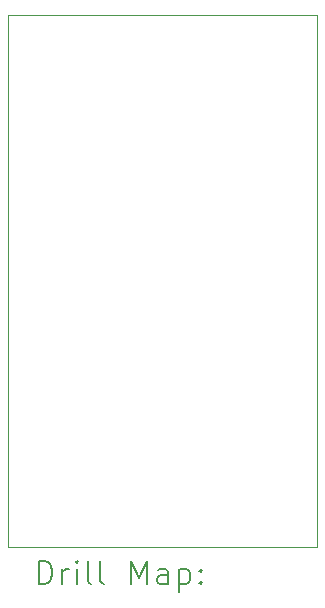
<source format=gbr>
%TF.GenerationSoftware,KiCad,Pcbnew,7.0.10-7.0.10~ubuntu20.04.1*%
%TF.CreationDate,2024-06-08T20:33:00+02:00*%
%TF.ProjectId,MySMotherboard,4d79534d-6f74-4686-9572-626f6172642e,1.4*%
%TF.SameCoordinates,Original*%
%TF.FileFunction,Drillmap*%
%TF.FilePolarity,Positive*%
%FSLAX45Y45*%
G04 Gerber Fmt 4.5, Leading zero omitted, Abs format (unit mm)*
G04 Created by KiCad (PCBNEW 7.0.10-7.0.10~ubuntu20.04.1) date 2024-06-08 20:33:00*
%MOMM*%
%LPD*%
G01*
G04 APERTURE LIST*
%ADD10C,0.050000*%
%ADD11C,0.200000*%
G04 APERTURE END LIST*
D10*
X13542010Y-8246910D02*
X13542010Y-12753810D01*
X16158210Y-12753810D02*
X16158210Y-8246910D01*
X16158210Y-8246910D02*
X13542010Y-8246910D01*
X13542010Y-12754000D02*
X16158210Y-12754000D01*
D11*
X13800287Y-13067984D02*
X13800287Y-12867984D01*
X13800287Y-12867984D02*
X13847906Y-12867984D01*
X13847906Y-12867984D02*
X13876477Y-12877508D01*
X13876477Y-12877508D02*
X13895525Y-12896555D01*
X13895525Y-12896555D02*
X13905049Y-12915603D01*
X13905049Y-12915603D02*
X13914572Y-12953698D01*
X13914572Y-12953698D02*
X13914572Y-12982269D01*
X13914572Y-12982269D02*
X13905049Y-13020365D01*
X13905049Y-13020365D02*
X13895525Y-13039412D01*
X13895525Y-13039412D02*
X13876477Y-13058460D01*
X13876477Y-13058460D02*
X13847906Y-13067984D01*
X13847906Y-13067984D02*
X13800287Y-13067984D01*
X14000287Y-13067984D02*
X14000287Y-12934650D01*
X14000287Y-12972746D02*
X14009811Y-12953698D01*
X14009811Y-12953698D02*
X14019334Y-12944174D01*
X14019334Y-12944174D02*
X14038382Y-12934650D01*
X14038382Y-12934650D02*
X14057430Y-12934650D01*
X14124096Y-13067984D02*
X14124096Y-12934650D01*
X14124096Y-12867984D02*
X14114572Y-12877508D01*
X14114572Y-12877508D02*
X14124096Y-12887031D01*
X14124096Y-12887031D02*
X14133620Y-12877508D01*
X14133620Y-12877508D02*
X14124096Y-12867984D01*
X14124096Y-12867984D02*
X14124096Y-12887031D01*
X14247906Y-13067984D02*
X14228858Y-13058460D01*
X14228858Y-13058460D02*
X14219334Y-13039412D01*
X14219334Y-13039412D02*
X14219334Y-12867984D01*
X14352668Y-13067984D02*
X14333620Y-13058460D01*
X14333620Y-13058460D02*
X14324096Y-13039412D01*
X14324096Y-13039412D02*
X14324096Y-12867984D01*
X14581239Y-13067984D02*
X14581239Y-12867984D01*
X14581239Y-12867984D02*
X14647906Y-13010841D01*
X14647906Y-13010841D02*
X14714572Y-12867984D01*
X14714572Y-12867984D02*
X14714572Y-13067984D01*
X14895525Y-13067984D02*
X14895525Y-12963222D01*
X14895525Y-12963222D02*
X14886001Y-12944174D01*
X14886001Y-12944174D02*
X14866953Y-12934650D01*
X14866953Y-12934650D02*
X14828858Y-12934650D01*
X14828858Y-12934650D02*
X14809811Y-12944174D01*
X14895525Y-13058460D02*
X14876477Y-13067984D01*
X14876477Y-13067984D02*
X14828858Y-13067984D01*
X14828858Y-13067984D02*
X14809811Y-13058460D01*
X14809811Y-13058460D02*
X14800287Y-13039412D01*
X14800287Y-13039412D02*
X14800287Y-13020365D01*
X14800287Y-13020365D02*
X14809811Y-13001317D01*
X14809811Y-13001317D02*
X14828858Y-12991793D01*
X14828858Y-12991793D02*
X14876477Y-12991793D01*
X14876477Y-12991793D02*
X14895525Y-12982269D01*
X14990763Y-12934650D02*
X14990763Y-13134650D01*
X14990763Y-12944174D02*
X15009811Y-12934650D01*
X15009811Y-12934650D02*
X15047906Y-12934650D01*
X15047906Y-12934650D02*
X15066953Y-12944174D01*
X15066953Y-12944174D02*
X15076477Y-12953698D01*
X15076477Y-12953698D02*
X15086001Y-12972746D01*
X15086001Y-12972746D02*
X15086001Y-13029888D01*
X15086001Y-13029888D02*
X15076477Y-13048936D01*
X15076477Y-13048936D02*
X15066953Y-13058460D01*
X15066953Y-13058460D02*
X15047906Y-13067984D01*
X15047906Y-13067984D02*
X15009811Y-13067984D01*
X15009811Y-13067984D02*
X14990763Y-13058460D01*
X15171715Y-13048936D02*
X15181239Y-13058460D01*
X15181239Y-13058460D02*
X15171715Y-13067984D01*
X15171715Y-13067984D02*
X15162192Y-13058460D01*
X15162192Y-13058460D02*
X15171715Y-13048936D01*
X15171715Y-13048936D02*
X15171715Y-13067984D01*
X15171715Y-12944174D02*
X15181239Y-12953698D01*
X15181239Y-12953698D02*
X15171715Y-12963222D01*
X15171715Y-12963222D02*
X15162192Y-12953698D01*
X15162192Y-12953698D02*
X15171715Y-12944174D01*
X15171715Y-12944174D02*
X15171715Y-12963222D01*
M02*

</source>
